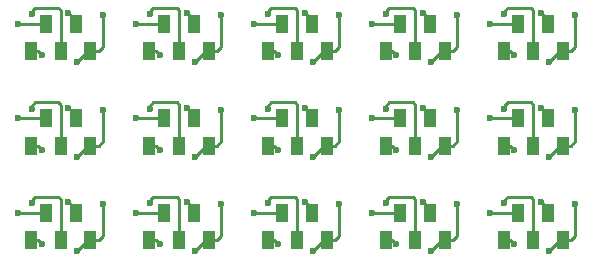
<source format=gbr>
G04 #@! TF.FileFunction,Copper,L2,Bot,Signal*
%FSLAX46Y46*%
G04 Gerber Fmt 4.6, Leading zero omitted, Abs format (unit mm)*
G04 Created by KiCad (PCBNEW 4.0.7-e2-6376~58~ubuntu16.04.1) date Wed Aug  1 08:34:46 2018*
%MOMM*%
%LPD*%
G01*
G04 APERTURE LIST*
%ADD10C,0.100000*%
%ADD11R,1.000000X1.500000*%
%ADD12C,0.600000*%
%ADD13C,0.250000*%
G04 APERTURE END LIST*
D10*
D11*
X117575000Y-65200000D03*
X115075000Y-65200000D03*
X107575000Y-65200000D03*
X105075000Y-65200000D03*
X97575000Y-65200000D03*
X95075000Y-65200000D03*
X87575000Y-65200000D03*
X85075000Y-65200000D03*
X77575000Y-65200000D03*
X75075000Y-65200000D03*
X117575000Y-57200000D03*
X115075000Y-57200000D03*
X107575000Y-57200000D03*
X105075000Y-57200000D03*
X97575000Y-57200000D03*
X95075000Y-57200000D03*
X87575000Y-57200000D03*
X85075000Y-57200000D03*
X77575000Y-57200000D03*
X75075000Y-57200000D03*
X117575000Y-49200000D03*
X115075000Y-49200000D03*
X107575000Y-49200000D03*
X105075000Y-49200000D03*
X97575000Y-49200000D03*
X95075000Y-49200000D03*
X87575000Y-49200000D03*
X85075000Y-49200000D03*
X118835000Y-67500000D03*
X116335000Y-67500000D03*
X113835000Y-67500000D03*
X108835000Y-67500000D03*
X106335000Y-67500000D03*
X103835000Y-67500000D03*
X98835000Y-67500000D03*
X96335000Y-67500000D03*
X93835000Y-67500000D03*
X88835000Y-67500000D03*
X86335000Y-67500000D03*
X83835000Y-67500000D03*
X78835000Y-67500000D03*
X76335000Y-67500000D03*
X73835000Y-67500000D03*
X118835000Y-59500000D03*
X116335000Y-59500000D03*
X113835000Y-59500000D03*
X108835000Y-59500000D03*
X106335000Y-59500000D03*
X103835000Y-59500000D03*
X98835000Y-59500000D03*
X96335000Y-59500000D03*
X93835000Y-59500000D03*
X88835000Y-59500000D03*
X86335000Y-59500000D03*
X83835000Y-59500000D03*
X78835000Y-59500000D03*
X76335000Y-59500000D03*
X73835000Y-59500000D03*
X118835000Y-51500000D03*
X116335000Y-51500000D03*
X113835000Y-51500000D03*
X108835000Y-51500000D03*
X106335000Y-51500000D03*
X103835000Y-51500000D03*
X98835000Y-51500000D03*
X96335000Y-51500000D03*
X93835000Y-51500000D03*
X88835000Y-51500000D03*
X86335000Y-51500000D03*
X83835000Y-51500000D03*
X77575000Y-49200000D03*
X75075000Y-49200000D03*
X78835000Y-51500000D03*
X76335000Y-51500000D03*
X73835000Y-51500000D03*
D12*
X119900000Y-64450000D03*
X109900000Y-64450000D03*
X99900000Y-64450000D03*
X89900000Y-64450000D03*
X79900000Y-64450000D03*
X119900000Y-56450000D03*
X109900000Y-56450000D03*
X99900000Y-56450000D03*
X89900000Y-56450000D03*
X79900000Y-56450000D03*
X119900000Y-48450000D03*
X109900000Y-48450000D03*
X99900000Y-48450000D03*
X89900000Y-48450000D03*
X117675000Y-68450000D03*
X107675000Y-68450000D03*
X97675000Y-68450000D03*
X87675000Y-68450000D03*
X77675000Y-68450000D03*
X117675000Y-60450000D03*
X107675000Y-60450000D03*
X97675000Y-60450000D03*
X87675000Y-60450000D03*
X77675000Y-60450000D03*
X117675000Y-52450000D03*
X107675000Y-52450000D03*
X97675000Y-52450000D03*
X87675000Y-52450000D03*
X79900000Y-48450000D03*
X77675000Y-52450000D03*
X114735000Y-67850000D03*
X104735000Y-67850000D03*
X94735000Y-67850000D03*
X84735000Y-67850000D03*
X74735000Y-67850000D03*
X114735000Y-59850000D03*
X104735000Y-59850000D03*
X94735000Y-59850000D03*
X84735000Y-59850000D03*
X74735000Y-59850000D03*
X114735000Y-51850000D03*
X104735000Y-51850000D03*
X94735000Y-51850000D03*
X84735000Y-51850000D03*
X74735000Y-51850000D03*
X116975000Y-64300000D03*
X106975000Y-64300000D03*
X96975000Y-64300000D03*
X86975000Y-64300000D03*
X76975000Y-64300000D03*
X116975000Y-56300000D03*
X106975000Y-56300000D03*
X96975000Y-56300000D03*
X86975000Y-56300000D03*
X76975000Y-56300000D03*
X116975000Y-48300000D03*
X106975000Y-48300000D03*
X96975000Y-48300000D03*
X86975000Y-48300000D03*
X76975000Y-48300000D03*
X112675000Y-65200000D03*
X102675000Y-65200000D03*
X92675000Y-65200000D03*
X82675000Y-65200000D03*
X72675000Y-65200000D03*
X112675000Y-57200000D03*
X102675000Y-57200000D03*
X92675000Y-57200000D03*
X82675000Y-57200000D03*
X72675000Y-57200000D03*
X112675000Y-49200000D03*
X102675000Y-49200000D03*
X92675000Y-49200000D03*
X82675000Y-49200000D03*
X72675000Y-49200000D03*
X113875000Y-64370000D03*
X103875000Y-64370000D03*
X93875000Y-64370000D03*
X83875000Y-64370000D03*
X73875000Y-64370000D03*
X113875000Y-56370000D03*
X103875000Y-56370000D03*
X93875000Y-56370000D03*
X83875000Y-56370000D03*
X73875000Y-56370000D03*
X113875000Y-48370000D03*
X103875000Y-48370000D03*
X93875000Y-48370000D03*
X83875000Y-48370000D03*
X73875000Y-48370000D03*
D13*
X119900000Y-67125000D02*
X119900000Y-64450000D01*
X109900000Y-67125000D02*
X109900000Y-64450000D01*
X99900000Y-67125000D02*
X99900000Y-64450000D01*
X89900000Y-67125000D02*
X89900000Y-64450000D01*
X79900000Y-67125000D02*
X79900000Y-64450000D01*
X119900000Y-59125000D02*
X119900000Y-56450000D01*
X109900000Y-59125000D02*
X109900000Y-56450000D01*
X99900000Y-59125000D02*
X99900000Y-56450000D01*
X89900000Y-59125000D02*
X89900000Y-56450000D01*
X79900000Y-59125000D02*
X79900000Y-56450000D01*
X119900000Y-51125000D02*
X119900000Y-48450000D01*
X109900000Y-51125000D02*
X109900000Y-48450000D01*
X99900000Y-51125000D02*
X99900000Y-48450000D01*
X89900000Y-51125000D02*
X89900000Y-48450000D01*
X118835000Y-67500000D02*
X119525000Y-67500000D01*
X108835000Y-67500000D02*
X109525000Y-67500000D01*
X98835000Y-67500000D02*
X99525000Y-67500000D01*
X88835000Y-67500000D02*
X89525000Y-67500000D01*
X78835000Y-67500000D02*
X79525000Y-67500000D01*
X118835000Y-59500000D02*
X119525000Y-59500000D01*
X108835000Y-59500000D02*
X109525000Y-59500000D01*
X98835000Y-59500000D02*
X99525000Y-59500000D01*
X88835000Y-59500000D02*
X89525000Y-59500000D01*
X78835000Y-59500000D02*
X79525000Y-59500000D01*
X118835000Y-51500000D02*
X119525000Y-51500000D01*
X108835000Y-51500000D02*
X109525000Y-51500000D01*
X98835000Y-51500000D02*
X99525000Y-51500000D01*
X88835000Y-51500000D02*
X89525000Y-51500000D01*
X119525000Y-67500000D02*
X119900000Y-67125000D01*
X109525000Y-67500000D02*
X109900000Y-67125000D01*
X99525000Y-67500000D02*
X99900000Y-67125000D01*
X89525000Y-67500000D02*
X89900000Y-67125000D01*
X79525000Y-67500000D02*
X79900000Y-67125000D01*
X119525000Y-59500000D02*
X119900000Y-59125000D01*
X109525000Y-59500000D02*
X109900000Y-59125000D01*
X99525000Y-59500000D02*
X99900000Y-59125000D01*
X89525000Y-59500000D02*
X89900000Y-59125000D01*
X79525000Y-59500000D02*
X79900000Y-59125000D01*
X119525000Y-51500000D02*
X119900000Y-51125000D01*
X109525000Y-51500000D02*
X109900000Y-51125000D01*
X99525000Y-51500000D02*
X99900000Y-51125000D01*
X89525000Y-51500000D02*
X89900000Y-51125000D01*
X118625000Y-67500000D02*
X118835000Y-67500000D01*
X108625000Y-67500000D02*
X108835000Y-67500000D01*
X98625000Y-67500000D02*
X98835000Y-67500000D01*
X88625000Y-67500000D02*
X88835000Y-67500000D01*
X78625000Y-67500000D02*
X78835000Y-67500000D01*
X118625000Y-59500000D02*
X118835000Y-59500000D01*
X108625000Y-59500000D02*
X108835000Y-59500000D01*
X98625000Y-59500000D02*
X98835000Y-59500000D01*
X88625000Y-59500000D02*
X88835000Y-59500000D01*
X78625000Y-59500000D02*
X78835000Y-59500000D01*
X118625000Y-51500000D02*
X118835000Y-51500000D01*
X108625000Y-51500000D02*
X108835000Y-51500000D01*
X98625000Y-51500000D02*
X98835000Y-51500000D01*
X88625000Y-51500000D02*
X88835000Y-51500000D01*
X117675000Y-68450000D02*
X118625000Y-67500000D01*
X107675000Y-68450000D02*
X108625000Y-67500000D01*
X97675000Y-68450000D02*
X98625000Y-67500000D01*
X87675000Y-68450000D02*
X88625000Y-67500000D01*
X77675000Y-68450000D02*
X78625000Y-67500000D01*
X117675000Y-60450000D02*
X118625000Y-59500000D01*
X107675000Y-60450000D02*
X108625000Y-59500000D01*
X97675000Y-60450000D02*
X98625000Y-59500000D01*
X87675000Y-60450000D02*
X88625000Y-59500000D01*
X77675000Y-60450000D02*
X78625000Y-59500000D01*
X117675000Y-52450000D02*
X118625000Y-51500000D01*
X107675000Y-52450000D02*
X108625000Y-51500000D01*
X97675000Y-52450000D02*
X98625000Y-51500000D01*
X87675000Y-52450000D02*
X88625000Y-51500000D01*
X78835000Y-51500000D02*
X79525000Y-51500000D01*
X79900000Y-51125000D02*
X79900000Y-48450000D01*
X79525000Y-51500000D02*
X79900000Y-51125000D01*
X77675000Y-52450000D02*
X78625000Y-51500000D01*
X78625000Y-51500000D02*
X78835000Y-51500000D01*
X114735000Y-67850000D02*
X114385000Y-67500000D01*
X104735000Y-67850000D02*
X104385000Y-67500000D01*
X94735000Y-67850000D02*
X94385000Y-67500000D01*
X84735000Y-67850000D02*
X84385000Y-67500000D01*
X74735000Y-67850000D02*
X74385000Y-67500000D01*
X114735000Y-59850000D02*
X114385000Y-59500000D01*
X104735000Y-59850000D02*
X104385000Y-59500000D01*
X94735000Y-59850000D02*
X94385000Y-59500000D01*
X84735000Y-59850000D02*
X84385000Y-59500000D01*
X74735000Y-59850000D02*
X74385000Y-59500000D01*
X114735000Y-51850000D02*
X114385000Y-51500000D01*
X104735000Y-51850000D02*
X104385000Y-51500000D01*
X94735000Y-51850000D02*
X94385000Y-51500000D01*
X84735000Y-51850000D02*
X84385000Y-51500000D01*
X114385000Y-67500000D02*
X113835000Y-67500000D01*
X104385000Y-67500000D02*
X103835000Y-67500000D01*
X94385000Y-67500000D02*
X93835000Y-67500000D01*
X84385000Y-67500000D02*
X83835000Y-67500000D01*
X74385000Y-67500000D02*
X73835000Y-67500000D01*
X114385000Y-59500000D02*
X113835000Y-59500000D01*
X104385000Y-59500000D02*
X103835000Y-59500000D01*
X94385000Y-59500000D02*
X93835000Y-59500000D01*
X84385000Y-59500000D02*
X83835000Y-59500000D01*
X74385000Y-59500000D02*
X73835000Y-59500000D01*
X114385000Y-51500000D02*
X113835000Y-51500000D01*
X104385000Y-51500000D02*
X103835000Y-51500000D01*
X94385000Y-51500000D02*
X93835000Y-51500000D01*
X84385000Y-51500000D02*
X83835000Y-51500000D01*
X74385000Y-51500000D02*
X73835000Y-51500000D01*
X74735000Y-51850000D02*
X74385000Y-51500000D01*
X117575000Y-64900000D02*
X117575000Y-65200000D01*
X107575000Y-64900000D02*
X107575000Y-65200000D01*
X97575000Y-64900000D02*
X97575000Y-65200000D01*
X87575000Y-64900000D02*
X87575000Y-65200000D01*
X77575000Y-64900000D02*
X77575000Y-65200000D01*
X117575000Y-56900000D02*
X117575000Y-57200000D01*
X107575000Y-56900000D02*
X107575000Y-57200000D01*
X97575000Y-56900000D02*
X97575000Y-57200000D01*
X87575000Y-56900000D02*
X87575000Y-57200000D01*
X77575000Y-56900000D02*
X77575000Y-57200000D01*
X117575000Y-48900000D02*
X117575000Y-49200000D01*
X107575000Y-48900000D02*
X107575000Y-49200000D01*
X97575000Y-48900000D02*
X97575000Y-49200000D01*
X87575000Y-48900000D02*
X87575000Y-49200000D01*
X116975000Y-64300000D02*
X117575000Y-64900000D01*
X106975000Y-64300000D02*
X107575000Y-64900000D01*
X96975000Y-64300000D02*
X97575000Y-64900000D01*
X86975000Y-64300000D02*
X87575000Y-64900000D01*
X76975000Y-64300000D02*
X77575000Y-64900000D01*
X116975000Y-56300000D02*
X117575000Y-56900000D01*
X106975000Y-56300000D02*
X107575000Y-56900000D01*
X96975000Y-56300000D02*
X97575000Y-56900000D01*
X86975000Y-56300000D02*
X87575000Y-56900000D01*
X76975000Y-56300000D02*
X77575000Y-56900000D01*
X116975000Y-48300000D02*
X117575000Y-48900000D01*
X106975000Y-48300000D02*
X107575000Y-48900000D01*
X96975000Y-48300000D02*
X97575000Y-48900000D01*
X86975000Y-48300000D02*
X87575000Y-48900000D01*
X76975000Y-48300000D02*
X77575000Y-48900000D01*
X77575000Y-48900000D02*
X77575000Y-49200000D01*
X112675000Y-65200000D02*
X115075000Y-65200000D01*
X102675000Y-65200000D02*
X105075000Y-65200000D01*
X92675000Y-65200000D02*
X95075000Y-65200000D01*
X82675000Y-65200000D02*
X85075000Y-65200000D01*
X72675000Y-65200000D02*
X75075000Y-65200000D01*
X112675000Y-57200000D02*
X115075000Y-57200000D01*
X102675000Y-57200000D02*
X105075000Y-57200000D01*
X92675000Y-57200000D02*
X95075000Y-57200000D01*
X82675000Y-57200000D02*
X85075000Y-57200000D01*
X72675000Y-57200000D02*
X75075000Y-57200000D01*
X112675000Y-49200000D02*
X115075000Y-49200000D01*
X102675000Y-49200000D02*
X105075000Y-49200000D01*
X92675000Y-49200000D02*
X95075000Y-49200000D01*
X82675000Y-49200000D02*
X85075000Y-49200000D01*
X72675000Y-49200000D02*
X75075000Y-49200000D01*
X116335000Y-64060000D02*
X116335000Y-64410000D01*
X106335000Y-64060000D02*
X106335000Y-64410000D01*
X96335000Y-64060000D02*
X96335000Y-64410000D01*
X86335000Y-64060000D02*
X86335000Y-64410000D01*
X76335000Y-64060000D02*
X76335000Y-64410000D01*
X116335000Y-56060000D02*
X116335000Y-56410000D01*
X106335000Y-56060000D02*
X106335000Y-56410000D01*
X96335000Y-56060000D02*
X96335000Y-56410000D01*
X86335000Y-56060000D02*
X86335000Y-56410000D01*
X76335000Y-56060000D02*
X76335000Y-56410000D01*
X116335000Y-48060000D02*
X116335000Y-48410000D01*
X106335000Y-48060000D02*
X106335000Y-48410000D01*
X96335000Y-48060000D02*
X96335000Y-48410000D01*
X86335000Y-48060000D02*
X86335000Y-48410000D01*
X113875000Y-64370000D02*
X113875000Y-64125000D01*
X103875000Y-64370000D02*
X103875000Y-64125000D01*
X93875000Y-64370000D02*
X93875000Y-64125000D01*
X83875000Y-64370000D02*
X83875000Y-64125000D01*
X73875000Y-64370000D02*
X73875000Y-64125000D01*
X113875000Y-56370000D02*
X113875000Y-56125000D01*
X103875000Y-56370000D02*
X103875000Y-56125000D01*
X93875000Y-56370000D02*
X93875000Y-56125000D01*
X83875000Y-56370000D02*
X83875000Y-56125000D01*
X73875000Y-56370000D02*
X73875000Y-56125000D01*
X113875000Y-48370000D02*
X113875000Y-48125000D01*
X103875000Y-48370000D02*
X103875000Y-48125000D01*
X93875000Y-48370000D02*
X93875000Y-48125000D01*
X83875000Y-48370000D02*
X83875000Y-48125000D01*
X116125000Y-63850000D02*
X116335000Y-64060000D01*
X106125000Y-63850000D02*
X106335000Y-64060000D01*
X96125000Y-63850000D02*
X96335000Y-64060000D01*
X86125000Y-63850000D02*
X86335000Y-64060000D01*
X76125000Y-63850000D02*
X76335000Y-64060000D01*
X116125000Y-55850000D02*
X116335000Y-56060000D01*
X106125000Y-55850000D02*
X106335000Y-56060000D01*
X96125000Y-55850000D02*
X96335000Y-56060000D01*
X86125000Y-55850000D02*
X86335000Y-56060000D01*
X76125000Y-55850000D02*
X76335000Y-56060000D01*
X116125000Y-47850000D02*
X116335000Y-48060000D01*
X106125000Y-47850000D02*
X106335000Y-48060000D01*
X96125000Y-47850000D02*
X96335000Y-48060000D01*
X86125000Y-47850000D02*
X86335000Y-48060000D01*
X113875000Y-64125000D02*
X114150000Y-63850000D01*
X103875000Y-64125000D02*
X104150000Y-63850000D01*
X93875000Y-64125000D02*
X94150000Y-63850000D01*
X83875000Y-64125000D02*
X84150000Y-63850000D01*
X73875000Y-64125000D02*
X74150000Y-63850000D01*
X113875000Y-56125000D02*
X114150000Y-55850000D01*
X103875000Y-56125000D02*
X104150000Y-55850000D01*
X93875000Y-56125000D02*
X94150000Y-55850000D01*
X83875000Y-56125000D02*
X84150000Y-55850000D01*
X73875000Y-56125000D02*
X74150000Y-55850000D01*
X113875000Y-48125000D02*
X114150000Y-47850000D01*
X103875000Y-48125000D02*
X104150000Y-47850000D01*
X93875000Y-48125000D02*
X94150000Y-47850000D01*
X83875000Y-48125000D02*
X84150000Y-47850000D01*
X114150000Y-63850000D02*
X116125000Y-63850000D01*
X104150000Y-63850000D02*
X106125000Y-63850000D01*
X94150000Y-63850000D02*
X96125000Y-63850000D01*
X84150000Y-63850000D02*
X86125000Y-63850000D01*
X74150000Y-63850000D02*
X76125000Y-63850000D01*
X114150000Y-55850000D02*
X116125000Y-55850000D01*
X104150000Y-55850000D02*
X106125000Y-55850000D01*
X94150000Y-55850000D02*
X96125000Y-55850000D01*
X84150000Y-55850000D02*
X86125000Y-55850000D01*
X74150000Y-55850000D02*
X76125000Y-55850000D01*
X114150000Y-47850000D02*
X116125000Y-47850000D01*
X104150000Y-47850000D02*
X106125000Y-47850000D01*
X94150000Y-47850000D02*
X96125000Y-47850000D01*
X84150000Y-47850000D02*
X86125000Y-47850000D01*
X116335000Y-67500000D02*
X116335000Y-64410000D01*
X106335000Y-67500000D02*
X106335000Y-64410000D01*
X96335000Y-67500000D02*
X96335000Y-64410000D01*
X86335000Y-67500000D02*
X86335000Y-64410000D01*
X76335000Y-67500000D02*
X76335000Y-64410000D01*
X116335000Y-59500000D02*
X116335000Y-56410000D01*
X106335000Y-59500000D02*
X106335000Y-56410000D01*
X96335000Y-59500000D02*
X96335000Y-56410000D01*
X86335000Y-59500000D02*
X86335000Y-56410000D01*
X76335000Y-59500000D02*
X76335000Y-56410000D01*
X116335000Y-51500000D02*
X116335000Y-48410000D01*
X106335000Y-51500000D02*
X106335000Y-48410000D01*
X96335000Y-51500000D02*
X96335000Y-48410000D01*
X86335000Y-51500000D02*
X86335000Y-48410000D01*
X73875000Y-48370000D02*
X73875000Y-48125000D01*
X76335000Y-48060000D02*
X76335000Y-48410000D01*
X76125000Y-47850000D02*
X76335000Y-48060000D01*
X74150000Y-47850000D02*
X76125000Y-47850000D01*
X73875000Y-48125000D02*
X74150000Y-47850000D01*
X76335000Y-51500000D02*
X76335000Y-48410000D01*
M02*

</source>
